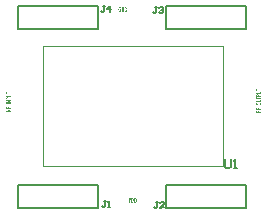
<source format=gbr>
%TF.GenerationSoftware,Altium Limited,Altium Designer,21.8.1 (53)*%
G04 Layer_Color=65535*
%FSLAX26Y26*%
%MOIN*%
%TF.SameCoordinates,2531CBD8-4BF0-4D0B-A877-44D4BE5F07E3*%
%TF.FilePolarity,Positive*%
%TF.FileFunction,Legend,Top*%
%TF.Part,Single*%
G01*
G75*
%TA.AperFunction,NonConductor*%
%ADD25C,0.007874*%
%ADD26C,0.004724*%
%ADD27C,0.005000*%
%ADD28C,0.006000*%
G36*
X-39913Y335478D02*
X-39765D01*
X-39618Y335453D01*
X-39224Y335355D01*
X-38757Y335207D01*
X-38215Y335011D01*
X-37650Y334715D01*
X-37330Y334519D01*
X-37010Y334322D01*
Y332083D01*
X-37035Y332108D01*
X-37084Y332157D01*
X-37182Y332231D01*
X-37305Y332329D01*
X-37453Y332452D01*
X-37625Y332600D01*
X-38043Y332895D01*
X-38535Y333166D01*
X-39052Y333436D01*
X-39298Y333535D01*
X-39568Y333608D01*
X-39814Y333658D01*
X-40060Y333682D01*
X-40183D01*
X-40356Y333633D01*
X-40552Y333584D01*
X-40774Y333485D01*
X-41044Y333338D01*
X-41315Y333141D01*
X-41610Y332846D01*
X-41905Y332501D01*
X-42176Y332059D01*
X-42324Y331813D01*
X-42447Y331542D01*
X-42570Y331222D01*
X-42668Y330902D01*
X-42791Y330533D01*
X-42865Y330140D01*
X-42963Y329697D01*
X-43037Y329254D01*
X-43086Y328762D01*
X-43135Y328221D01*
X-43160Y327655D01*
Y327065D01*
Y327040D01*
Y326991D01*
Y326917D01*
Y326794D01*
X-43135Y326647D01*
Y326474D01*
X-43111Y326056D01*
X-43062Y325564D01*
X-42988Y325023D01*
X-42889Y324457D01*
X-42742Y323867D01*
X-42570Y323252D01*
X-42348Y322686D01*
X-42078Y322145D01*
X-41758Y321653D01*
X-41389Y321235D01*
X-41167Y321062D01*
X-40946Y320915D01*
X-40700Y320792D01*
X-40454Y320718D01*
X-40159Y320669D01*
X-39864Y320644D01*
X-39667D01*
X-39445Y320669D01*
X-39126Y320718D01*
Y325736D01*
X-40577D01*
Y327704D01*
X-37010D01*
Y319636D01*
X-37035D01*
X-37084Y319586D01*
X-37158Y319537D01*
X-37256Y319488D01*
X-37404Y319414D01*
X-37551Y319340D01*
X-37945Y319168D01*
X-38388Y318971D01*
X-38855Y318824D01*
X-39396Y318725D01*
X-39913Y318676D01*
X-40011D01*
X-40159Y318701D01*
X-40331D01*
X-40528Y318750D01*
X-40774Y318799D01*
X-41044Y318873D01*
X-41340Y318947D01*
X-41635Y319070D01*
X-41955Y319217D01*
X-42299Y319390D01*
X-42619Y319611D01*
X-42939Y319857D01*
X-43258Y320152D01*
X-43554Y320497D01*
X-43849Y320890D01*
X-43873Y320915D01*
X-43898Y320989D01*
X-43972Y321112D01*
X-44070Y321308D01*
X-44169Y321530D01*
X-44292Y321800D01*
X-44439Y322120D01*
X-44562Y322489D01*
X-44685Y322907D01*
X-44833Y323375D01*
X-44956Y323867D01*
X-45054Y324433D01*
X-45153Y325023D01*
X-45202Y325663D01*
X-45251Y326351D01*
X-45276Y327065D01*
Y327114D01*
Y327237D01*
Y327434D01*
X-45251Y327704D01*
X-45226Y328024D01*
X-45202Y328418D01*
X-45153Y328836D01*
X-45103Y329303D01*
X-45030Y329771D01*
X-44931Y330287D01*
X-44685Y331296D01*
X-44538Y331813D01*
X-44341Y332305D01*
X-44144Y332772D01*
X-43898Y333215D01*
X-43873Y333239D01*
X-43824Y333313D01*
X-43750Y333436D01*
X-43652Y333584D01*
X-43504Y333756D01*
X-43332Y333928D01*
X-43135Y334150D01*
X-42914Y334371D01*
X-42643Y334568D01*
X-42373Y334789D01*
X-42053Y334961D01*
X-41733Y335158D01*
X-41364Y335281D01*
X-40995Y335404D01*
X-40577Y335478D01*
X-40159Y335503D01*
X-40011D01*
X-39913Y335478D01*
D02*
G37*
G36*
X-27121Y318898D02*
X-28818D01*
X-32508Y329107D01*
X-32533Y329082D01*
Y318898D01*
X-34452D01*
Y335281D01*
X-32779D01*
X-29089Y325097D01*
X-29040Y325171D01*
Y335281D01*
X-27121D01*
Y318898D01*
D02*
G37*
G36*
X-21758Y335257D02*
X-21635D01*
X-21487Y335232D01*
X-21118Y335158D01*
X-20700Y335035D01*
X-20233Y334838D01*
X-19716Y334592D01*
X-19175Y334248D01*
X-18929Y334051D01*
X-18658Y333830D01*
X-18412Y333559D01*
X-18142Y333289D01*
X-17920Y332969D01*
X-17674Y332624D01*
X-17453Y332231D01*
X-17256Y331837D01*
X-17059Y331370D01*
X-16887Y330878D01*
X-16740Y330361D01*
X-16617Y329795D01*
X-16518Y329180D01*
X-16444Y328541D01*
X-16395Y327827D01*
X-16371Y327089D01*
Y327040D01*
Y326917D01*
Y326696D01*
X-16395Y326425D01*
X-16420Y326081D01*
X-16444Y325687D01*
X-16494Y325244D01*
X-16543Y324802D01*
X-16715Y323793D01*
X-16813Y323276D01*
X-16961Y322784D01*
X-17133Y322268D01*
X-17305Y321800D01*
X-17527Y321358D01*
X-17773Y320939D01*
X-17797Y320915D01*
X-17847Y320841D01*
X-17920Y320743D01*
X-18019Y320620D01*
X-18166Y320472D01*
X-18339Y320300D01*
X-18560Y320103D01*
X-18781Y319931D01*
X-19052Y319734D01*
X-19347Y319537D01*
X-19667Y319365D01*
X-20036Y319217D01*
X-20405Y319094D01*
X-20823Y318996D01*
X-21241Y318922D01*
X-21709Y318898D01*
X-24316D01*
Y335281D01*
X-21856D01*
X-21758Y335257D01*
D02*
G37*
G36*
X-7358Y-317151D02*
X-8810D01*
X-11811Y-300546D01*
X-9597D01*
X-8072Y-311591D01*
X-6547Y-300546D01*
X-4333D01*
X-7358Y-317151D01*
D02*
G37*
G36*
X10034Y-300570D02*
X10157D01*
X10304Y-300595D01*
X10673Y-300668D01*
X11092Y-300791D01*
X11559Y-300988D01*
X12076Y-301234D01*
X12617Y-301579D01*
X12863Y-301776D01*
X13133Y-301997D01*
X13379Y-302267D01*
X13650Y-302538D01*
X13871Y-302858D01*
X14117Y-303202D01*
X14339Y-303596D01*
X14536Y-303990D01*
X14732Y-304457D01*
X14905Y-304949D01*
X15052Y-305466D01*
X15175Y-306031D01*
X15274Y-306646D01*
X15347Y-307286D01*
X15397Y-307999D01*
X15421Y-308737D01*
Y-308786D01*
Y-308909D01*
Y-309131D01*
X15397Y-309401D01*
X15372Y-309746D01*
X15347Y-310139D01*
X15298Y-310582D01*
X15249Y-311025D01*
X15077Y-312034D01*
X14978Y-312550D01*
X14831Y-313042D01*
X14659Y-313559D01*
X14486Y-314026D01*
X14265Y-314469D01*
X14019Y-314887D01*
X13994Y-314912D01*
X13945Y-314986D01*
X13871Y-315084D01*
X13773Y-315207D01*
X13625Y-315355D01*
X13453Y-315527D01*
X13232Y-315724D01*
X13010Y-315896D01*
X12740Y-316093D01*
X12445Y-316289D01*
X12125Y-316462D01*
X11756Y-316609D01*
X11387Y-316732D01*
X10969Y-316831D01*
X10550Y-316904D01*
X10083Y-316929D01*
X7475D01*
Y-300546D01*
X9935D01*
X10034Y-300570D01*
D02*
G37*
G36*
X-200D02*
X-77D01*
X71Y-300595D01*
X440Y-300668D01*
X858Y-300791D01*
X1325Y-300988D01*
X1842Y-301234D01*
X2383Y-301579D01*
X2629Y-301776D01*
X2900Y-301997D01*
X3146Y-302267D01*
X3416Y-302538D01*
X3638Y-302858D01*
X3884Y-303202D01*
X4105Y-303596D01*
X4302Y-303990D01*
X4499Y-304457D01*
X4671Y-304949D01*
X4819Y-305466D01*
X4942Y-306031D01*
X5040Y-306646D01*
X5114Y-307286D01*
X5163Y-307999D01*
X5188Y-308737D01*
Y-308786D01*
Y-308909D01*
Y-309131D01*
X5163Y-309401D01*
X5138Y-309746D01*
X5114Y-310139D01*
X5065Y-310582D01*
X5015Y-311025D01*
X4843Y-312034D01*
X4745Y-312550D01*
X4597Y-313042D01*
X4425Y-313559D01*
X4253Y-314026D01*
X4031Y-314469D01*
X3785Y-314887D01*
X3761Y-314912D01*
X3712Y-314986D01*
X3638Y-315084D01*
X3539Y-315207D01*
X3392Y-315355D01*
X3220Y-315527D01*
X2998Y-315724D01*
X2777Y-315896D01*
X2506Y-316093D01*
X2211Y-316289D01*
X1891Y-316462D01*
X1522Y-316609D01*
X1153Y-316732D01*
X735Y-316831D01*
X317Y-316904D01*
X-151Y-316929D01*
X-2758D01*
Y-300546D01*
X-298D01*
X-200Y-300570D01*
D02*
G37*
G36*
X415595Y59644D02*
X430010D01*
Y57528D01*
X415595D01*
Y55019D01*
X413627D01*
Y62153D01*
X415595D01*
Y59644D01*
D02*
G37*
G36*
X426148Y53420D02*
X426345D01*
X426542Y53395D01*
X427034Y53297D01*
X427550Y53174D01*
X428116Y52977D01*
X428633Y52706D01*
X428879Y52534D01*
X429100Y52337D01*
X429149Y52288D01*
X429272Y52141D01*
X429469Y51919D01*
X429666Y51624D01*
X429863Y51230D01*
X430060Y50812D01*
X430183Y50320D01*
X430207Y50050D01*
X430232Y49779D01*
Y49632D01*
X430207Y49508D01*
X430158Y49238D01*
X430084Y48869D01*
X429937Y48451D01*
X429740Y48008D01*
X429445Y47590D01*
X429248Y47368D01*
X429051Y47172D01*
X429026D01*
X429002Y47122D01*
X428928Y47073D01*
X428830Y46999D01*
X428707Y46925D01*
X428584Y46852D01*
X428215Y46655D01*
X427772Y46458D01*
X427255Y46310D01*
X426640Y46188D01*
X425976Y46138D01*
X413627D01*
Y48254D01*
X425952D01*
X425976D01*
X426050D01*
X426173D01*
X426320Y48279D01*
X426493Y48303D01*
X426690Y48328D01*
X427108Y48451D01*
X427526Y48623D01*
X427723Y48746D01*
X427895Y48894D01*
X428043Y49066D01*
X428166Y49287D01*
X428239Y49508D01*
X428264Y49779D01*
Y49902D01*
X428239Y50025D01*
X428190Y50173D01*
X428116Y50345D01*
X428018Y50542D01*
X427895Y50714D01*
X427698Y50886D01*
X427673Y50911D01*
X427600Y50960D01*
X427452Y51034D01*
X427280Y51108D01*
X427034Y51181D01*
X426763Y51255D01*
X426419Y51304D01*
X426050Y51329D01*
X413627D01*
Y53444D01*
X425804D01*
X425829D01*
X425902D01*
X426001D01*
X426148Y53420D01*
D02*
G37*
G36*
X418547Y44269D02*
X418719Y44244D01*
X418940Y44219D01*
X419408Y44146D01*
X419974Y43998D01*
X420539Y43777D01*
X420810Y43629D01*
X421081Y43457D01*
X421351Y43260D01*
X421597Y43039D01*
X421622Y43014D01*
X421647Y42989D01*
X421720Y42916D01*
X421794Y42817D01*
X421892Y42694D01*
X421991Y42547D01*
X422089Y42350D01*
X422212Y42153D01*
X422335Y41932D01*
X422434Y41686D01*
X422630Y41095D01*
X422778Y40431D01*
X422803Y40062D01*
X422827Y39669D01*
Y39250D01*
X430010D01*
Y37135D01*
X413627D01*
Y39570D01*
X413651Y39718D01*
Y39914D01*
X413701Y40136D01*
X413725Y40382D01*
X413774Y40653D01*
X413922Y41218D01*
X414144Y41809D01*
X414291Y42129D01*
X414439Y42399D01*
X414635Y42670D01*
X414857Y42940D01*
X414882Y42965D01*
X414906Y42989D01*
X414980Y43063D01*
X415078Y43162D01*
X415201Y43260D01*
X415349Y43358D01*
X415521Y43481D01*
X415718Y43629D01*
X415939Y43752D01*
X416185Y43875D01*
X416776Y44072D01*
X417415Y44244D01*
X417784Y44269D01*
X418178Y44293D01*
X418202D01*
X418276D01*
X418375D01*
X418547Y44269D01*
D02*
G37*
G36*
X415595Y32805D02*
X430010D01*
Y30689D01*
X415595D01*
Y28180D01*
X413627D01*
Y35314D01*
X415595D01*
Y32805D01*
D02*
G37*
G36*
X426148Y26581D02*
X426345D01*
X426542Y26557D01*
X427034Y26458D01*
X427550Y26335D01*
X428116Y26139D01*
X428633Y25868D01*
X428879Y25696D01*
X429100Y25499D01*
X429149Y25450D01*
X429272Y25302D01*
X429469Y25081D01*
X429666Y24785D01*
X429863Y24392D01*
X430060Y23974D01*
X430183Y23482D01*
X430207Y23211D01*
X430232Y22941D01*
Y22793D01*
X430207Y22670D01*
X430158Y22399D01*
X430084Y22030D01*
X429937Y21612D01*
X429740Y21169D01*
X429445Y20751D01*
X429248Y20530D01*
X429051Y20333D01*
X429026D01*
X429002Y20284D01*
X428928Y20235D01*
X428830Y20161D01*
X428707Y20087D01*
X428584Y20013D01*
X428215Y19816D01*
X427772Y19619D01*
X427255Y19472D01*
X426640Y19349D01*
X425976Y19300D01*
X413627D01*
Y21415D01*
X425952D01*
X425976D01*
X426050D01*
X426173D01*
X426320Y21440D01*
X426493Y21465D01*
X426690Y21489D01*
X427108Y21612D01*
X427526Y21784D01*
X427723Y21907D01*
X427895Y22055D01*
X428043Y22227D01*
X428166Y22448D01*
X428239Y22670D01*
X428264Y22941D01*
Y23064D01*
X428239Y23186D01*
X428190Y23334D01*
X428116Y23506D01*
X428018Y23703D01*
X427895Y23875D01*
X427698Y24047D01*
X427673Y24072D01*
X427600Y24121D01*
X427452Y24195D01*
X427280Y24269D01*
X427034Y24343D01*
X426763Y24416D01*
X426419Y24466D01*
X426050Y24490D01*
X413627D01*
Y26606D01*
X425804D01*
X425829D01*
X425902D01*
X426001D01*
X426148Y26581D01*
D02*
G37*
G36*
X422483Y17110D02*
X422803Y17086D01*
X423196Y17061D01*
X423615Y17037D01*
X424082Y16987D01*
X424574Y16913D01*
X425066Y16840D01*
X426099Y16618D01*
X426616Y16471D01*
X427108Y16299D01*
X427575Y16102D01*
X428018Y15880D01*
X428043Y15856D01*
X428116Y15831D01*
X428215Y15757D01*
X428362Y15659D01*
X428534Y15536D01*
X428707Y15388D01*
X429125Y15019D01*
X429519Y14552D01*
X429715Y14306D01*
X429887Y14035D01*
X430035Y13716D01*
X430134Y13420D01*
X430207Y13076D01*
X430232Y12732D01*
Y12658D01*
X430207Y12559D01*
Y12412D01*
X430158Y12239D01*
X430109Y12067D01*
X430035Y11846D01*
X429961Y11624D01*
X429838Y11379D01*
X429691Y11133D01*
X429494Y10862D01*
X429297Y10591D01*
X429026Y10321D01*
X428731Y10075D01*
X428387Y9829D01*
X427993Y9583D01*
X427969Y9558D01*
X427895Y9534D01*
X427772Y9484D01*
X427575Y9386D01*
X427354Y9312D01*
X427083Y9214D01*
X426763Y9091D01*
X426370Y8992D01*
X425976Y8869D01*
X425509Y8771D01*
X424992Y8648D01*
X424451Y8574D01*
X423861Y8500D01*
X423221Y8427D01*
X422532Y8402D01*
X421819Y8377D01*
X421769D01*
X421647D01*
X421450D01*
X421204Y8402D01*
X420884D01*
X420515Y8427D01*
X420121Y8476D01*
X419678Y8525D01*
X419211Y8574D01*
X418719Y8648D01*
X417711Y8845D01*
X416702Y9140D01*
X416235Y9312D01*
X415767Y9509D01*
X415743Y9534D01*
X415669Y9558D01*
X415546Y9632D01*
X415398Y9730D01*
X415226Y9829D01*
X415029Y9976D01*
X414808Y10149D01*
X414586Y10345D01*
X414144Y10813D01*
X413947Y11059D01*
X413774Y11354D01*
X413627Y11674D01*
X413504Y11993D01*
X413430Y12363D01*
X413406Y12732D01*
Y12830D01*
X413430Y12928D01*
Y13076D01*
X413479Y13248D01*
X413529Y13445D01*
X413602Y13642D01*
X413701Y13888D01*
X413824Y14134D01*
X413971Y14404D01*
X414168Y14675D01*
X414389Y14921D01*
X414660Y15191D01*
X414980Y15462D01*
X415349Y15708D01*
X415767Y15930D01*
X415792Y15954D01*
X415865Y15979D01*
X416013Y16052D01*
X416185Y16126D01*
X416431Y16200D01*
X416702Y16323D01*
X417022Y16422D01*
X417391Y16544D01*
X417809Y16643D01*
X418276Y16766D01*
X418768Y16864D01*
X419310Y16938D01*
X419875Y17037D01*
X420490Y17086D01*
X421130Y17110D01*
X421819Y17135D01*
X421868D01*
X421991D01*
X422188D01*
X422483Y17110D01*
D02*
G37*
G36*
X415595Y-5054D02*
X420466D01*
Y-2299D01*
X422434D01*
Y-5054D01*
X430010D01*
Y-7170D01*
X413627D01*
Y-2078D01*
X415595D01*
Y-5054D01*
D02*
G37*
G36*
X430010Y-10958D02*
X427206Y-11573D01*
X427182D01*
X427083Y-11598D01*
X426935Y-11647D01*
X426739Y-11696D01*
X426493Y-11745D01*
X426222Y-11819D01*
X425607Y-11992D01*
X424967Y-12164D01*
X424353Y-12361D01*
X424057Y-12483D01*
X423811Y-12582D01*
X423590Y-12680D01*
X423418Y-12779D01*
X423393Y-12803D01*
X423295Y-12877D01*
X423172Y-12976D01*
X423024Y-13123D01*
X422877Y-13295D01*
X422753Y-13492D01*
X422680Y-13738D01*
Y-14009D01*
X430010D01*
Y-16124D01*
X413627D01*
Y-14181D01*
X413651Y-14033D01*
X413676Y-13861D01*
X413701Y-13640D01*
X413774Y-13172D01*
X413922Y-12656D01*
X414144Y-12114D01*
X414291Y-11868D01*
X414463Y-11623D01*
X414660Y-11377D01*
X414882Y-11155D01*
X414906Y-11130D01*
X414931Y-11106D01*
X415005Y-11057D01*
X415103Y-10983D01*
X415226Y-10909D01*
X415373Y-10811D01*
X415546Y-10712D01*
X415743Y-10589D01*
X416235Y-10393D01*
X416800Y-10220D01*
X417440Y-10097D01*
X417809Y-10048D01*
X418178D01*
X418202D01*
X418276D01*
X418399D01*
X418572Y-10073D01*
X418744Y-10097D01*
X418990Y-10146D01*
X419482Y-10270D01*
X419777Y-10343D01*
X420072Y-10466D01*
X420367Y-10589D01*
X420638Y-10761D01*
X420933Y-10958D01*
X421204Y-11180D01*
X421450Y-11450D01*
X421696Y-11745D01*
Y-11721D01*
X421745Y-11696D01*
X421819Y-11623D01*
X421892Y-11524D01*
X422040Y-11426D01*
X422212Y-11278D01*
X422409Y-11130D01*
X422655Y-10983D01*
X422975Y-10811D01*
X423319Y-10614D01*
X423713Y-10442D01*
X424180Y-10245D01*
X424697Y-10048D01*
X425287Y-9876D01*
X425952Y-9679D01*
X426665Y-9507D01*
X430010Y-8744D01*
Y-10958D01*
D02*
G37*
G36*
X-416975Y49984D02*
X-402559D01*
Y47868D01*
X-416975D01*
Y45359D01*
X-418943D01*
Y52493D01*
X-416975D01*
Y49984D01*
D02*
G37*
G36*
X-406421Y43760D02*
X-406224D01*
X-406028Y43736D01*
X-405536Y43637D01*
X-405019Y43514D01*
X-404453Y43317D01*
X-403937Y43047D01*
X-403691Y42874D01*
X-403469Y42678D01*
X-403420Y42629D01*
X-403297Y42481D01*
X-403100Y42260D01*
X-402904Y41964D01*
X-402707Y41571D01*
X-402510Y41153D01*
X-402387Y40660D01*
X-402362Y40390D01*
X-402338Y40119D01*
Y39972D01*
X-402362Y39849D01*
X-402411Y39578D01*
X-402485Y39209D01*
X-402633Y38791D01*
X-402830Y38348D01*
X-403125Y37930D01*
X-403322Y37709D01*
X-403519Y37512D01*
X-403543D01*
X-403568Y37462D01*
X-403642Y37413D01*
X-403740Y37340D01*
X-403863Y37266D01*
X-403986Y37192D01*
X-404355Y36995D01*
X-404798Y36798D01*
X-405314Y36651D01*
X-405929Y36528D01*
X-406594Y36478D01*
X-418943D01*
Y38594D01*
X-406618D01*
X-406594D01*
X-406520D01*
X-406397D01*
X-406249Y38619D01*
X-406077Y38643D01*
X-405880Y38668D01*
X-405462Y38791D01*
X-405044Y38963D01*
X-404847Y39086D01*
X-404675Y39234D01*
X-404527Y39406D01*
X-404404Y39627D01*
X-404330Y39849D01*
X-404306Y40119D01*
Y40242D01*
X-404330Y40365D01*
X-404380Y40513D01*
X-404453Y40685D01*
X-404552Y40882D01*
X-404675Y41054D01*
X-404872Y41226D01*
X-404896Y41251D01*
X-404970Y41300D01*
X-405118Y41374D01*
X-405290Y41448D01*
X-405536Y41522D01*
X-405806Y41595D01*
X-406151Y41645D01*
X-406520Y41669D01*
X-418943D01*
Y43785D01*
X-406766D01*
X-406741D01*
X-406667D01*
X-406569D01*
X-406421Y43760D01*
D02*
G37*
G36*
X-414023Y34609D02*
X-413851Y34584D01*
X-413629Y34560D01*
X-413162Y34486D01*
X-412596Y34338D01*
X-412030Y34117D01*
X-411760Y33969D01*
X-411489Y33797D01*
X-411218Y33600D01*
X-410972Y33379D01*
X-410948Y33354D01*
X-410923Y33330D01*
X-410849Y33256D01*
X-410776Y33157D01*
X-410677Y33035D01*
X-410579Y32887D01*
X-410480Y32690D01*
X-410357Y32493D01*
X-410234Y32272D01*
X-410136Y32026D01*
X-409939Y31436D01*
X-409791Y30771D01*
X-409767Y30402D01*
X-409742Y30009D01*
Y29590D01*
X-402559D01*
Y27475D01*
X-418943D01*
Y29910D01*
X-418918Y30058D01*
Y30255D01*
X-418869Y30476D01*
X-418844Y30722D01*
X-418795Y30993D01*
X-418647Y31558D01*
X-418426Y32149D01*
X-418279Y32469D01*
X-418131Y32739D01*
X-417934Y33010D01*
X-417713Y33281D01*
X-417688Y33305D01*
X-417663Y33330D01*
X-417590Y33404D01*
X-417491Y33502D01*
X-417368Y33600D01*
X-417221Y33699D01*
X-417048Y33822D01*
X-416852Y33969D01*
X-416630Y34092D01*
X-416384Y34215D01*
X-415794Y34412D01*
X-415154Y34584D01*
X-414785Y34609D01*
X-414392Y34633D01*
X-414367D01*
X-414293D01*
X-414195D01*
X-414023Y34609D01*
D02*
G37*
G36*
X-402559Y22801D02*
X-412768Y19111D01*
X-412743Y19086D01*
X-402559D01*
Y17168D01*
X-418943D01*
Y18840D01*
X-408758Y22530D01*
X-408832Y22579D01*
X-418943D01*
Y24498D01*
X-402559D01*
Y22801D01*
D02*
G37*
G36*
Y12223D02*
X-418943D01*
Y14338D01*
X-402559D01*
Y12223D01*
D02*
G37*
G36*
X-416975Y-1725D02*
X-412104D01*
Y1030D01*
X-410136D01*
Y-1725D01*
X-402559D01*
Y-3841D01*
X-418943D01*
Y1251D01*
X-416975D01*
Y-1725D01*
D02*
G37*
G36*
X-402559Y-7629D02*
X-405363Y-8244D01*
X-405388D01*
X-405486Y-8269D01*
X-405634Y-8318D01*
X-405831Y-8367D01*
X-406077Y-8416D01*
X-406348Y-8490D01*
X-406962Y-8662D01*
X-407602Y-8835D01*
X-408217Y-9031D01*
X-408512Y-9155D01*
X-408758Y-9253D01*
X-408980Y-9351D01*
X-409152Y-9450D01*
X-409176Y-9474D01*
X-409275Y-9548D01*
X-409398Y-9646D01*
X-409546Y-9794D01*
X-409693Y-9966D01*
X-409816Y-10163D01*
X-409890Y-10409D01*
Y-10680D01*
X-402559D01*
Y-12795D01*
X-418943D01*
Y-10852D01*
X-418918Y-10704D01*
X-418894Y-10532D01*
X-418869Y-10311D01*
X-418795Y-9843D01*
X-418647Y-9327D01*
X-418426Y-8786D01*
X-418279Y-8540D01*
X-418106Y-8293D01*
X-417909Y-8047D01*
X-417688Y-7826D01*
X-417663Y-7801D01*
X-417639Y-7777D01*
X-417565Y-7728D01*
X-417467Y-7654D01*
X-417344Y-7580D01*
X-417196Y-7482D01*
X-417024Y-7383D01*
X-416827Y-7260D01*
X-416335Y-7064D01*
X-415769Y-6891D01*
X-415130Y-6768D01*
X-414761Y-6719D01*
X-414392D01*
X-414367D01*
X-414293D01*
X-414170D01*
X-413998Y-6744D01*
X-413826Y-6768D01*
X-413580Y-6817D01*
X-413088Y-6941D01*
X-412793Y-7014D01*
X-412498Y-7137D01*
X-412202Y-7260D01*
X-411932Y-7433D01*
X-411637Y-7629D01*
X-411366Y-7851D01*
X-411120Y-8121D01*
X-410874Y-8416D01*
Y-8392D01*
X-410825Y-8367D01*
X-410751Y-8293D01*
X-410677Y-8195D01*
X-410529Y-8097D01*
X-410357Y-7949D01*
X-410161Y-7801D01*
X-409914Y-7654D01*
X-409595Y-7482D01*
X-409250Y-7285D01*
X-408857Y-7113D01*
X-408389Y-6916D01*
X-407873Y-6719D01*
X-407282Y-6547D01*
X-406618Y-6350D01*
X-405905Y-6178D01*
X-402559Y-5415D01*
Y-7629D01*
D02*
G37*
%LPC*%
G36*
X-21856Y333313D02*
X-22201D01*
Y320866D01*
X-21733D01*
X-21610Y320890D01*
X-21438Y320915D01*
X-21266Y320939D01*
X-20872Y321038D01*
X-20430Y321210D01*
X-20233Y321333D01*
X-20011Y321481D01*
X-19790Y321628D01*
X-19593Y321825D01*
X-19421Y322046D01*
X-19273Y322292D01*
Y322317D01*
X-19249Y322366D01*
X-19200Y322440D01*
X-19150Y322563D01*
X-19101Y322735D01*
X-19027Y322907D01*
X-18954Y323153D01*
X-18880Y323424D01*
X-18806Y323719D01*
X-18732Y324064D01*
X-18658Y324457D01*
X-18609Y324900D01*
X-18560Y325367D01*
X-18511Y325859D01*
X-18486Y326425D01*
Y327016D01*
Y327065D01*
Y327163D01*
Y327335D01*
Y327581D01*
X-18511Y327852D01*
X-18535Y328172D01*
Y328516D01*
X-18585Y328910D01*
X-18658Y329697D01*
X-18806Y330509D01*
X-18880Y330878D01*
X-18978Y331247D01*
X-19101Y331567D01*
X-19224Y331862D01*
Y331886D01*
X-19249Y331936D01*
X-19298Y331985D01*
X-19372Y332083D01*
X-19569Y332329D01*
X-19839Y332600D01*
X-20184Y332846D01*
X-20405Y332969D01*
X-20651Y333092D01*
X-20922Y333190D01*
X-21192Y333239D01*
X-21512Y333289D01*
X-21856Y333313D01*
D02*
G37*
G36*
X9935Y-302514D02*
X9591D01*
Y-314961D01*
X10058D01*
X10181Y-314937D01*
X10354Y-314912D01*
X10526Y-314887D01*
X10919Y-314789D01*
X11362Y-314617D01*
X11559Y-314494D01*
X11780Y-314346D01*
X12002Y-314199D01*
X12199Y-314002D01*
X12371Y-313780D01*
X12518Y-313534D01*
Y-313510D01*
X12543Y-313461D01*
X12592Y-313387D01*
X12641Y-313264D01*
X12691Y-313091D01*
X12764Y-312919D01*
X12838Y-312673D01*
X12912Y-312403D01*
X12986Y-312108D01*
X13060Y-311763D01*
X13133Y-311370D01*
X13183Y-310927D01*
X13232Y-310459D01*
X13281Y-309967D01*
X13306Y-309401D01*
Y-308811D01*
Y-308762D01*
Y-308663D01*
Y-308491D01*
Y-308245D01*
X13281Y-307975D01*
X13256Y-307655D01*
Y-307310D01*
X13207Y-306917D01*
X13133Y-306130D01*
X12986Y-305318D01*
X12912Y-304949D01*
X12814Y-304580D01*
X12691Y-304260D01*
X12568Y-303965D01*
Y-303940D01*
X12543Y-303891D01*
X12494Y-303842D01*
X12420Y-303743D01*
X12223Y-303498D01*
X11953Y-303227D01*
X11608Y-302981D01*
X11387Y-302858D01*
X11141Y-302735D01*
X10870Y-302637D01*
X10600Y-302587D01*
X10280Y-302538D01*
X9935Y-302514D01*
D02*
G37*
G36*
X-298D02*
X-643D01*
Y-314961D01*
X-175D01*
X-52Y-314937D01*
X120Y-314912D01*
X292Y-314887D01*
X686Y-314789D01*
X1129Y-314617D01*
X1325Y-314494D01*
X1547Y-314346D01*
X1768Y-314199D01*
X1965Y-314002D01*
X2137Y-313780D01*
X2285Y-313534D01*
Y-313510D01*
X2309Y-313461D01*
X2359Y-313387D01*
X2408Y-313264D01*
X2457Y-313091D01*
X2531Y-312919D01*
X2605Y-312673D01*
X2678Y-312403D01*
X2752Y-312108D01*
X2826Y-311763D01*
X2900Y-311370D01*
X2949Y-310927D01*
X2998Y-310459D01*
X3047Y-309967D01*
X3072Y-309401D01*
Y-308811D01*
Y-308762D01*
Y-308663D01*
Y-308491D01*
Y-308245D01*
X3047Y-307975D01*
X3023Y-307655D01*
Y-307310D01*
X2974Y-306917D01*
X2900Y-306130D01*
X2752Y-305318D01*
X2678Y-304949D01*
X2580Y-304580D01*
X2457Y-304260D01*
X2334Y-303965D01*
Y-303940D01*
X2309Y-303891D01*
X2260Y-303842D01*
X2186Y-303743D01*
X1990Y-303498D01*
X1719Y-303227D01*
X1375Y-302981D01*
X1153Y-302858D01*
X907Y-302735D01*
X637Y-302637D01*
X366Y-302587D01*
X46Y-302538D01*
X-298Y-302514D01*
D02*
G37*
G36*
X418055Y42178D02*
X418030D01*
X417957D01*
X417834Y42153D01*
X417661Y42129D01*
X417464Y42079D01*
X417268Y42030D01*
X417046Y41932D01*
X416800Y41809D01*
X416579Y41661D01*
X416358Y41464D01*
X416136Y41218D01*
X415964Y40948D01*
X415792Y40603D01*
X415693Y40210D01*
X415620Y39767D01*
X415595Y39250D01*
X420859D01*
Y39742D01*
X420835Y39865D01*
X420810Y40013D01*
X420761Y40210D01*
X420712Y40431D01*
X420613Y40653D01*
X420515Y40898D01*
X420367Y41145D01*
X420171Y41366D01*
X419949Y41587D01*
X419678Y41784D01*
X419359Y41932D01*
X418990Y42079D01*
X418547Y42153D01*
X418055Y42178D01*
D02*
G37*
G36*
X422385Y14921D02*
X421819D01*
X421794D01*
X421671D01*
X421524D01*
X421302D01*
X421056Y14896D01*
X420761D01*
X420416Y14872D01*
X420072Y14847D01*
X419310Y14773D01*
X418522Y14675D01*
X417760Y14527D01*
X417391Y14429D01*
X417071Y14331D01*
X417046D01*
X416997Y14306D01*
X416923Y14281D01*
X416800Y14232D01*
X416530Y14085D01*
X416210Y13912D01*
X415915Y13666D01*
X415644Y13396D01*
X415521Y13248D01*
X415447Y13076D01*
X415398Y12904D01*
X415373Y12707D01*
Y12658D01*
X415398Y12535D01*
X415472Y12363D01*
X415595Y12117D01*
X415669Y11993D01*
X415792Y11870D01*
X415939Y11748D01*
X416087Y11600D01*
X416308Y11477D01*
X416530Y11354D01*
X416800Y11231D01*
X417096Y11133D01*
X417120D01*
X417169Y11108D01*
X417268Y11083D01*
X417415Y11059D01*
X417587Y11009D01*
X417809Y10960D01*
X418055Y10911D01*
X418325Y10862D01*
X418645Y10813D01*
X419014Y10764D01*
X419383Y10714D01*
X419801Y10665D01*
X420269Y10640D01*
X420761Y10616D01*
X421277Y10591D01*
X421819D01*
X421843D01*
X421966D01*
X422114D01*
X422335D01*
X422581Y10616D01*
X422901D01*
X423221Y10640D01*
X423590Y10665D01*
X424353Y10739D01*
X425164Y10837D01*
X425927Y10960D01*
X426296Y11059D01*
X426616Y11157D01*
X426640D01*
X426690Y11182D01*
X426763Y11206D01*
X426862Y11255D01*
X427132Y11403D01*
X427428Y11575D01*
X427747Y11797D01*
X427993Y12067D01*
X428116Y12215D01*
X428190Y12387D01*
X428239Y12559D01*
X428264Y12756D01*
Y12805D01*
X428239Y12928D01*
X428166Y13101D01*
X428043Y13322D01*
X427969Y13445D01*
X427846Y13592D01*
X427723Y13716D01*
X427550Y13838D01*
X427354Y13986D01*
X427132Y14109D01*
X426862Y14232D01*
X426567Y14331D01*
X426542D01*
X426493Y14355D01*
X426394Y14380D01*
X426247Y14429D01*
X426075Y14478D01*
X425878Y14527D01*
X425632Y14576D01*
X425337Y14626D01*
X425017Y14675D01*
X424672Y14724D01*
X424279Y14773D01*
X423836Y14822D01*
X423393Y14872D01*
X422901Y14896D01*
X422385Y14921D01*
D02*
G37*
G36*
X418252Y-12164D02*
X418227D01*
X418129D01*
X418006D01*
X417834Y-12188D01*
X417637Y-12213D01*
X417415Y-12262D01*
X416923Y-12385D01*
X416677Y-12483D01*
X416456Y-12607D01*
X416210Y-12754D01*
X416013Y-12951D01*
X415841Y-13148D01*
X415718Y-13394D01*
X415620Y-13689D01*
X415595Y-14009D01*
X420712D01*
Y-13861D01*
X420687Y-13763D01*
X420663Y-13664D01*
X420589Y-13369D01*
X420515Y-13222D01*
X420392Y-13049D01*
X420269Y-12877D01*
X420121Y-12729D01*
X419900Y-12582D01*
X419678Y-12434D01*
X419383Y-12336D01*
X419063Y-12238D01*
X418695Y-12188D01*
X418252Y-12164D01*
D02*
G37*
G36*
X-414515Y32518D02*
X-414539D01*
X-414613D01*
X-414736Y32493D01*
X-414908Y32469D01*
X-415105Y32419D01*
X-415302Y32370D01*
X-415523Y32272D01*
X-415769Y32149D01*
X-415991Y32001D01*
X-416212Y31805D01*
X-416433Y31558D01*
X-416606Y31288D01*
X-416778Y30944D01*
X-416876Y30550D01*
X-416950Y30107D01*
X-416975Y29590D01*
X-411710D01*
Y30082D01*
X-411735Y30206D01*
X-411760Y30353D01*
X-411809Y30550D01*
X-411858Y30771D01*
X-411956Y30993D01*
X-412055Y31239D01*
X-412202Y31485D01*
X-412399Y31706D01*
X-412620Y31927D01*
X-412891Y32124D01*
X-413211Y32272D01*
X-413580Y32419D01*
X-414023Y32493D01*
X-414515Y32518D01*
D02*
G37*
G36*
X-414318Y-8835D02*
X-414342D01*
X-414441D01*
X-414564D01*
X-414736Y-8859D01*
X-414933Y-8884D01*
X-415154Y-8933D01*
X-415646Y-9056D01*
X-415892Y-9155D01*
X-416114Y-9277D01*
X-416360Y-9425D01*
X-416557Y-9622D01*
X-416729Y-9819D01*
X-416852Y-10065D01*
X-416950Y-10360D01*
X-416975Y-10680D01*
X-411858D01*
Y-10532D01*
X-411882Y-10434D01*
X-411907Y-10335D01*
X-411981Y-10040D01*
X-412055Y-9893D01*
X-412178Y-9720D01*
X-412301Y-9548D01*
X-412448Y-9400D01*
X-412670Y-9253D01*
X-412891Y-9105D01*
X-413186Y-9007D01*
X-413506Y-8909D01*
X-413875Y-8859D01*
X-414318Y-8835D01*
D02*
G37*
%LPD*%
D25*
X112244Y-333315D02*
X379961D01*
X112244D02*
Y-258512D01*
X379961D01*
Y-333315D02*
Y-258512D01*
X-379961Y262795D02*
Y337599D01*
Y262795D02*
X-112244D01*
Y337599D01*
X-379961D02*
X-112244D01*
X112244Y262795D02*
Y337599D01*
Y262795D02*
X379961D01*
Y337599D01*
X112244D02*
X379961D01*
X-379961Y-332933D02*
Y-258130D01*
Y-332933D02*
X-112244D01*
Y-258130D01*
X-379961D02*
X-112244D01*
X309731Y-172013D02*
Y-197005D01*
X314729Y-202003D01*
X324726D01*
X329724Y-197005D01*
Y-172013D01*
X339721Y-202003D02*
X349718D01*
X344720D01*
Y-172013D01*
X339721Y-177011D01*
D26*
X301772Y-193110D02*
Y206890D01*
X-298228Y-193110D02*
X301772D01*
X-298228D02*
Y206890D01*
X301772D01*
D27*
X-87598Y-312011D02*
X-94158D01*
X-90878D01*
Y-328410D01*
X-94158Y-331690D01*
X-97438D01*
X-100717Y-328410D01*
X-81039Y-331690D02*
X-74479D01*
X-77759D01*
Y-312011D01*
X-81039Y-315291D01*
D28*
X82179Y335568D02*
X75620Y335454D01*
X78900Y335511D01*
X79186Y319114D01*
X75964Y315778D01*
X72685Y315721D01*
X69348Y318943D01*
X88795Y332403D02*
X92017Y335740D01*
X98575Y335854D01*
X101912Y332632D01*
X101969Y329353D01*
X98747Y326016D01*
X95468Y325959D01*
X98747Y326016D01*
X102084Y322794D01*
X102141Y319515D01*
X98919Y316179D01*
X92360Y316064D01*
X89024Y319286D01*
X-89894Y337595D02*
X-96454D01*
X-93174D01*
Y321196D01*
X-96454Y317917D01*
X-99733D01*
X-103013Y321196D01*
X-73495Y317917D02*
Y337595D01*
X-83334Y327756D01*
X-70215D01*
X85217Y-313024D02*
X78658Y-313082D01*
X81938Y-313053D01*
X82081Y-329451D01*
X78830Y-332759D01*
X75550Y-332788D01*
X72242Y-329537D01*
X105067Y-332530D02*
X91948Y-332645D01*
X104952Y-319412D01*
X104924Y-316132D01*
X101615Y-312881D01*
X95056Y-312938D01*
X91805Y-316247D01*
%TF.MD5,82ac56e393182621d59b9669a53e9211*%
M02*

</source>
